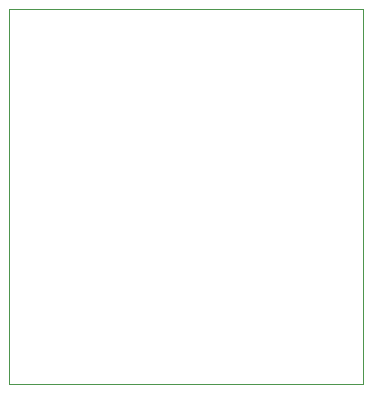
<source format=gbr>
%TF.GenerationSoftware,KiCad,Pcbnew,(5.1.7)-1*%
%TF.CreationDate,2021-03-06T16:41:31+01:00*%
%TF.ProjectId,VarFreq_TH,56617246-7265-4715-9f54-482e6b696361,rev?*%
%TF.SameCoordinates,Original*%
%TF.FileFunction,Profile,NP*%
%FSLAX46Y46*%
G04 Gerber Fmt 4.6, Leading zero omitted, Abs format (unit mm)*
G04 Created by KiCad (PCBNEW (5.1.7)-1) date 2021-03-06 16:41:31*
%MOMM*%
%LPD*%
G01*
G04 APERTURE LIST*
%TA.AperFunction,Profile*%
%ADD10C,0.050000*%
%TD*%
G04 APERTURE END LIST*
D10*
X27178000Y-28448000D02*
X57150000Y-28448000D01*
X27178000Y-60198000D02*
X27178000Y-28448000D01*
X57150000Y-60198000D02*
X27178000Y-60198000D01*
X57150000Y-28448000D02*
X57150000Y-60198000D01*
M02*

</source>
